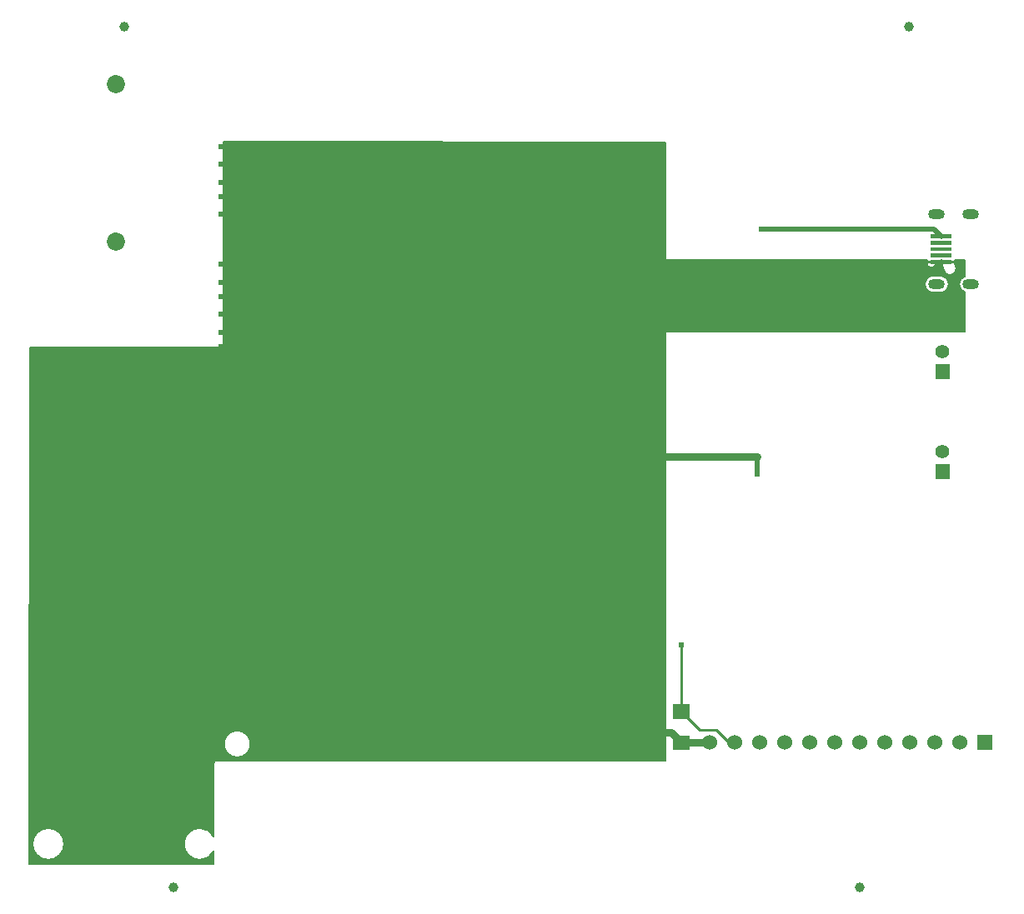
<source format=gbl>
G04 Layer: BottomLayer*
G04 EasyEDA Pro v1.6.32, 2022-10-17 22:27:42*
G04 Gerber Generator version 0.3*
G04 Scale: 100 percent, Rotated: No, Reflected: No*
G04 Dimensions in millimeters*
G04 Leading zeros omitted, absolute positions, 4 integers and 2 decimals*
G04 Panelize: V-CUT, Column: 1, Row: 1, Board Size: 99.693mm x 90.043mm, Panelized Board Size: 99.693mm x 95.438mm, Panelized Method: Only Board Outline*
%FSLAX42Y42*%
%MOMM*%
%ADD10C,1.000001*%
%ADD999C,0.2032*%
%ADD11C,0.254*%
%ADD12O,1.69926X1.00076*%
%ADD13C,1.399997*%
%ADD14C,1.524*%
%ADD15C,0.610001*%
%ADD16C,0.619999*%
%ADD17C,1.849984*%
%ADD18C,0.800001*%
%ADD19C,0.499999*%
%ADD20C,0.599999*%
%ADD21C,0.700001*%
G75*


G04 Panelize Start*
G54D10*
G01X-4639Y-130D03*
G01X3330Y-130D03*
G01X-4139Y-8874D03*
G01X2830Y-8874D03*
G04 Panelize End*

G04 Copper Start*
G36*
G01X-5603Y-8638D02*
G01X-5595Y-3388D01*
G01X-3147D01*
G01Y-7585D01*
G01X-3696Y-7584D01*
G03X-3732Y-7620I0J-36D01*
G01Y-8357D01*
G03X-3873Y-8272I-142J-76D01*
G03X-4034Y-8433I0J-161D01*
G03X-3873Y-8594I161J0D01*
G03X-3732Y-8508I0J161D01*
G01Y-8638D01*
G01X-5603D01*
G37*
%LPC*%
G36*
G01X-5410Y-8594D02*
G03X-5249Y-8433I0J161D01*
G03X-5410Y-8272I-161J0D01*
G03X-5571Y-8433I0J-161D01*
G03X-5410Y-8594I161J0D01*
G37*
%LPD*%
G36*
G01X853Y-1307D02*
G01X853Y-7591D01*
G01X-3635Y-7584D01*
G01Y-1293D01*
G01X853Y-1307D01*
G37*
%LPC*%
G36*
G01X-3628Y-7417D02*
G03X-3492Y-7553I136J0D01*
G03X-3357Y-7417I0J136D01*
G03X-3492Y-7281I-136J0D01*
G03X-3628Y-7417I0J-136D01*
G37*
%LPD*%
G36*
G01X417Y-3228D02*
G01X417Y-2498D01*
G01X3511D01*
G01Y-2538D01*
G03X3547Y-2573I36J0D01*
G01X3679D01*
G03X3677Y-2587I64J-14D01*
G03X3743Y-2653I66J0D01*
G03X3809Y-2587I0J66D01*
G03X3796Y-2548I-66J0D01*
G03X3797Y-2538I-34J10D01*
G01Y-2498D01*
G01X3893D01*
G01Y-2665D01*
G03X3837Y-2745I31J-80D01*
G03X3893Y-2825I86J0D01*
G01Y-3228D01*
G01X417D01*
G37*
%LPC*%
G36*
G01X3490Y-2745D02*
G03X3576Y-2831I86J0D01*
G01X3646D01*
G03X3732Y-2745I0J86D01*
G03X3646Y-2659I-86J0D01*
G01X3576D01*
G03X3490Y-2745I0J-86D01*
G37*
%LPD*%
G54D999*
G01X-5603Y-8638D02*
G01X-5595Y-3388D01*
G01X-3147D01*
G01Y-7585D01*
G01X-3696Y-7584D01*
G03X-3732Y-7620I0J-36D01*
G01Y-8357D01*
G03X-3873Y-8272I-142J-76D01*
G03X-4034Y-8433I0J-161D01*
G03X-3873Y-8594I161J0D01*
G03X-3732Y-8508I0J161D01*
G01Y-8638D01*
G01X-5603D01*
G01X-5410Y-8594D02*
G03X-5249Y-8433I0J161D01*
G03X-5410Y-8272I-161J0D01*
G03X-5571Y-8433I0J-161D01*
G03X-5410Y-8594I161J0D01*
G01X853Y-1307D02*
G01X853Y-7591D01*
G01X-3635Y-7584D01*
G01Y-1293D01*
G01X853Y-1307D01*
G01X-3628Y-7417D02*
G03X-3492Y-7553I136J0D01*
G03X-3357Y-7417I0J136D01*
G03X-3492Y-7281I-136J0D01*
G03X-3628Y-7417I0J-136D01*
G01X417Y-3228D02*
G01X417Y-2498D01*
G01X3511D01*
G01Y-2538D01*
G03X3547Y-2573I36J0D01*
G01X3679D01*
G03X3677Y-2587I64J-14D01*
G03X3743Y-2653I66J0D01*
G03X3809Y-2587I0J66D01*
G03X3796Y-2548I-66J0D01*
G03X3797Y-2538I-34J10D01*
G01Y-2498D01*
G01X3893D01*
G01Y-2665D01*
G03X3837Y-2745I31J-80D01*
G03X3893Y-2825I86J0D01*
G01Y-3228D01*
G01X417D01*
G01X3490Y-2745D02*
G03X3576Y-2831I86J0D01*
G01X3646D01*
G03X3732Y-2745I0J86D01*
G03X3646Y-2659I-86J0D01*
G01X3576D01*
G03X3490Y-2745I0J-86D01*
G54D11*
G01X3654Y-2518D02*
G01X3654Y-2563D01*
G01X3654Y-2518D02*
G01X3787Y-2518D01*
G01X3654Y-2518D02*
G01X3521Y-2518D01*
G04 Copper End*

G04 Pad Start*
G36*
G01X3761Y-2238D02*
G01X3547Y-2238D01*
G01Y-2277D01*
G01X3761D01*
G01Y-2238D01*
G37*
G36*
G01X3761Y-2303D02*
G01X3547Y-2303D01*
G01Y-2343D01*
G01X3761D01*
G01Y-2303D01*
G37*
G36*
G01X3761Y-2368D02*
G01X3547Y-2368D01*
G01Y-2408D01*
G01X3761D01*
G01Y-2368D01*
G37*
G36*
G01X3761Y-2433D02*
G01X3547Y-2433D01*
G01Y-2473D01*
G01X3761D01*
G01Y-2433D01*
G37*
G36*
G01X3761Y-2498D02*
G01X3547Y-2498D01*
G01Y-2538D01*
G01X3761D01*
G01Y-2498D01*
G37*
G54D12*
G01X3611Y-2745D03*
G01X3958Y-2745D03*
G01X3958Y-2030D03*
G01X3611Y-2030D03*
G36*
G01X3740Y-4572D02*
G01X3600Y-4572D01*
G01Y-4722D01*
G01X3740D01*
G01Y-4572D01*
G37*
G54D13*
G01X3670Y-4447D03*
G36*
G01X3740Y-3556D02*
G01X3600Y-3556D01*
G01Y-3706D01*
G01X3740D01*
G01Y-3556D01*
G37*
G01X3670Y-3431D03*
G36*
G01X930Y-7161D02*
G01X1102Y-7161D01*
G01Y-7012D01*
G01X930D01*
G01Y-7161D01*
G37*
G36*
G01X930Y-7479D02*
G01X1102Y-7479D01*
G01Y-7331D01*
G01X930D01*
G01Y-7479D01*
G37*
G54D14*
G01X1308Y-7404D03*
G01X1562Y-7404D03*
G01X1816Y-7404D03*
G01X2070Y-7404D03*
G01X2324Y-7404D03*
G01X2578Y-7404D03*
G01X2832Y-7404D03*
G01X3086Y-7404D03*
G01X3340Y-7404D03*
G01X3594Y-7404D03*
G01X3848Y-7404D03*
G36*
G01X4178Y-7480D02*
G01X4178Y-7328D01*
G01X4026D01*
G01Y-7480D01*
G01X4178D01*
G37*
G04 Pad End*

G04 Via Start*
G54D15*
G01X-4724Y-711D03*
G54D16*
G01X406Y-1714D03*
G01X406Y-2222D03*
G01X406Y-2730D03*
G01X406Y-3238D03*
G01X406Y-4254D03*
G01X406Y-4762D03*
G01X406Y-5270D03*
G01X406Y-5778D03*
G01X406Y-6286D03*
G01X406Y-6794D03*
G01X406Y-7302D03*
G01X-102Y-1714D03*
G01X-102Y-2222D03*
G01X-102Y-3238D03*
G01X-102Y-4254D03*
G01X-102Y-4762D03*
G01X-102Y-5270D03*
G01X-102Y-5778D03*
G01X-102Y-6286D03*
G01X-102Y-6794D03*
G01X-102Y-7302D03*
G01X-610Y-1714D03*
G01X-610Y-2222D03*
G01X-610Y-3238D03*
G01X-610Y-4254D03*
G01X-610Y-5270D03*
G01X-610Y-5778D03*
G01X-610Y-6794D03*
G01X-1118Y-1714D03*
G01X-1118Y-2222D03*
G01X-1118Y-2730D03*
G01X-1118Y-3238D03*
G01X-1118Y-5270D03*
G01X-1118Y-5778D03*
G01X-1118Y-6286D03*
G01X-1118Y-6794D03*
G01X-1118Y-7302D03*
G01X-1626Y-3238D03*
G01X-1626Y-4254D03*
G01X-1626Y-5270D03*
G01X-1626Y-5778D03*
G01X-1626Y-7302D03*
G01X-2134Y-1714D03*
G01X-2134Y-3238D03*
G01X-2134Y-5270D03*
G01X-2134Y-5778D03*
G01X-2134Y-7302D03*
G01X-2642Y-3238D03*
G01X-2642Y-3746D03*
G01X-2642Y-5778D03*
G01X-2642Y-6286D03*
G01X-2642Y-6794D03*
G01X-2642Y-7302D03*
G01X-3150Y-1714D03*
G01X-3150Y-3238D03*
G01X-3150Y-3746D03*
G01X-3150Y-4254D03*
G01X-3150Y-4762D03*
G01X-3150Y-5270D03*
G01X-3150Y-5778D03*
G01X-3150Y-6286D03*
G01X-3150Y-6794D03*
G01X-3150Y-7302D03*
G01X-3658Y-1714D03*
G01X-3658Y-2730D03*
G01X-3658Y-3238D03*
G01X-3658Y-3746D03*
G01X-3658Y-4254D03*
G01X-3658Y-4762D03*
G01X-3658Y-5270D03*
G01X-3658Y-5778D03*
G01X-3658Y-6286D03*
G01X-3658Y-6794D03*
G01X-3658Y-7302D03*
G01X-3658Y-1524D03*
G01X-3658Y-2032D03*
G01X-3658Y-2540D03*
G01X-3658Y-3048D03*
G01X-3658Y-3556D03*
G01X-3658Y-4064D03*
G01X-3988Y-3785D03*
G01X-3988Y-4293D03*
G01X-3988Y-4801D03*
G01X-3988Y-5309D03*
G01X-3988Y-5817D03*
G01X-3988Y-6325D03*
G01X-3988Y-6833D03*
G01X-3988Y-7341D03*
G01X-3988Y-7849D03*
G01X-4496Y-3785D03*
G01X-4496Y-4293D03*
G01X-4496Y-4801D03*
G01X-4496Y-5309D03*
G01X-4496Y-5817D03*
G01X-4496Y-6833D03*
G01X-4496Y-7341D03*
G01X-4496Y-7849D03*
G01X-4496Y-8357D03*
G01X-5004Y-3785D03*
G01X-5004Y-4293D03*
G01X-5004Y-4801D03*
G01X-5004Y-5309D03*
G01X-5004Y-5817D03*
G01X-5004Y-6833D03*
G01X-5004Y-7341D03*
G01X-5004Y-7849D03*
G01X-5004Y-8357D03*
G01X-5512Y-3785D03*
G01X-5512Y-4293D03*
G01X-5512Y-4801D03*
G01X-5512Y-5309D03*
G01X-5512Y-5817D03*
G01X-5512Y-6325D03*
G01X-5512Y-6833D03*
G01X-5512Y-7341D03*
G01X-5512Y-7849D03*
G01X-3658Y-1346D03*
G01X-3658Y-1854D03*
G01X-3658Y-2870D03*
G01X-3658Y-3378D03*
G01X-3658Y-3886D03*
G54D15*
G01X-4737Y-6515D03*
G01X-4737Y-8115D03*
G01X1016Y-6413D03*
G01X1791Y-4496D03*
G01X1791Y-4674D03*
G01X1829Y-2184D03*
G54D17*
G01X-4724Y-8115D03*
G01X-4724Y-6515D03*
G01X-4724Y-711D03*
G01X-4724Y-2311D03*
G04 Via End*

G04 Track Start*
G54D18*
G01X1791Y-4496D02*
G01X648Y-4496D01*
G01X406Y-4254D01*
G54D19*
G01X1791Y-4674D02*
G01X1791Y-4496D01*
G54D11*
G01X1016Y-7087D02*
G01X1016Y-6413D01*
G01X1207Y-7277D02*
G01X1372Y-7277D01*
G01X1499Y-7404D01*
G54D18*
G01X1308Y-7404D02*
G01X1017Y-7404D01*
G01X1016Y-7405D01*
G01X406Y-7302D02*
G01X913Y-7302D01*
G01X1016Y-7405D01*
G54D19*
G01X1829Y-2184D02*
G01X3581Y-2184D01*
G01X3654Y-2258D01*
G01X3654Y-2518D02*
G01X3581Y-2591D01*
G54D18*
G01X406Y-2222D02*
G01X775Y-2591D01*
G01X1283D01*
G54D20*
G01X3581Y-2591D02*
G01X2070Y-2591D01*
G54D21*
G01X1283Y-2591D01*
G54D11*
G01X1016Y-7087D02*
G01X1207Y-7277D01*
G01X1562Y-7404D02*
G01X1499Y-7404D01*
G04 Track End*

M02*

</source>
